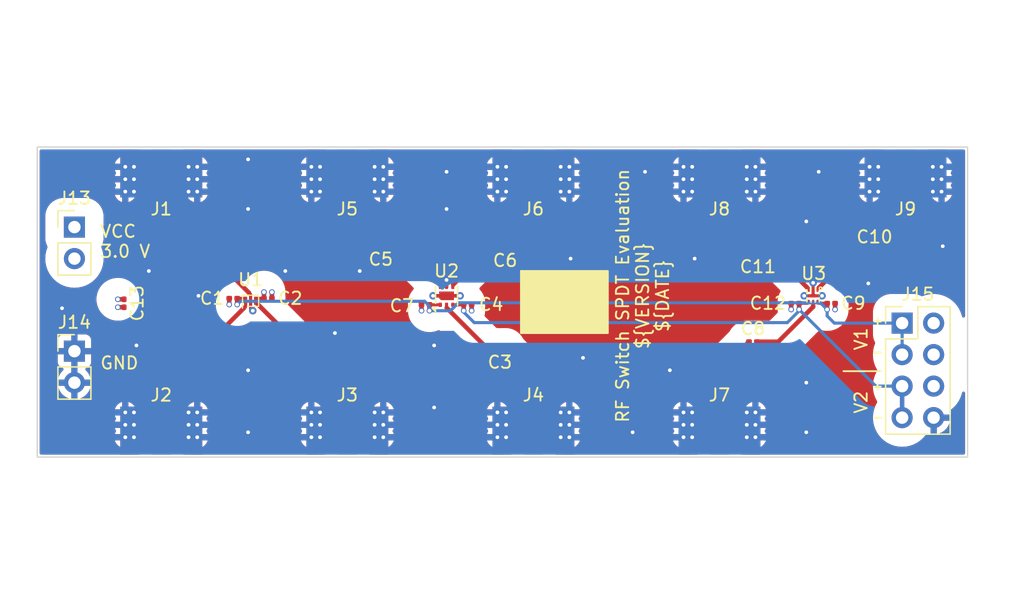
<source format=kicad_pcb>
(kicad_pcb (version 20240108) (generator "pcbnew") (generator_version "8.0")
  (title_block (title "${TITLE}") (date "${DATE}") (rev "${VERSION}") (company "${COPYRIGHT}") (comment 1 "${LICENSE}"))
  (layers (0 "F.Cu" signal) (1 "In1.Cu" signal) (2 "In2.Cu" signal) (31 "B.Cu" signal) (34 "B.Paste" user) (35 "F.Paste" user) (36 "B.SilkS" user "B.Silkscreen") (37 "F.SilkS" user "F.Silkscreen") (38 "B.Mask" user) (39 "F.Mask" user) (44 "Edge.Cuts" user))
  (property "COPYRIGHT" "Copyright 2023-2024 Great Scott Gadgets")
  (property "DATE" "2024-11-11")
  (property "LICENSE" "Licensed under the CERN-OHL-P v2")
  (property "TITLE" "RF Switch SPDT Evaluation")
  (property "VERSION" "0.1.1")
  (net 0 "")
  (net 1 "GND")
  (net 2 "Net-(J9-In)")
  (net 3 "VCC")
  (net 4 "Net-(J1-In)")
  (net 5 "Net-(J2-In)")
  (net 6 "Net-(J3-In)")
  (net 7 "Net-(J4-In)")
  (net 8 "Net-(J5-In)")
  (net 9 "Net-(J6-In)")
  (net 10 "Net-(J7-In)")
  (net 11 "Net-(J8-In)")
  (net 12 "/V1")
  (net 13 "Net-(U2-RFC)")
  (net 14 "/V2")
  (net 15 "Net-(U2-J2)")
  (net 16 "Net-(U2-J1)")
  (net 17 "Net-(U3-INPUT)")
  (net 18 "Net-(U3-OUT1)")
  (net 19 "Net-(U3-OUT2)")
  (footprint "Capacitor_SMD:C_0201_0603Metric" (layer "F.Cu") (at 164 107.6)
    (property "Reference" "C9" (at 1.8 0 0) (layer "F.SilkS"))
    (property "Value" "C")
    (pad "1" smd roundrect (at -0.32 0) (size 0.46 0.4) (layers "F.Cu" "F.Mask") (net 12 "/V1"))
    (pad "2" smd roundrect (at 0.32 0) (size 0.46 0.4) (layers "F.Cu" "F.Mask") (net 1 "GND"))
  )
  (footprint "sma-variants:Linx_SMA_CONSMA003.062" (layer "F.Cu") (at 155 95 -90)
    (property "Reference" "J8" (at 5 0 0) (layer "F.SilkS"))
    (property "Value" "Conn_Coaxial")
    (pad "1" connect rect (at 2.132 0 270) (size 3.864 1.524) (layers "F.Cu" "F.Mask") (net 11 "Net-(J8-In)"))
    (pad "2" thru_hole circle (at 1.6 -2.9 270) (size 0.762 0.762) (drill 0.3048) (layers "*.Cu" "*.Mask") (net 1 "GND"))
    (pad "2" thru_hole circle (at 1.6 -2.2 270) (size 0.762 0.762) (drill 0.3048) (layers "*.Cu" "*.Mask") (net 1 "GND"))
    (pad "2" thru_hole circle (at 1.6 2.2 270) (size 0.762 0.762) (drill 0.3048) (layers "*.Cu" "*.Mask") (net 1 "GND"))
    (pad "2" thru_hole circle (at 1.6 2.9 270) (size 0.762 0.762) (drill 0.3048) (layers "*.Cu" "*.Mask") (net 1 "GND"))
    (pad "2" connect rect (at 2.132 -2.54 270) (size 3.864 1.524) (layers "F.Cu" "F.Mask") (net 1 "GND"))
    (pad "2" connect rect (at 2.132 -2.54 270) (size 3.864 1.524) (layers "B.Cu" "B.Mask") (net 1 "GND"))
    (pad "2" connect rect (at 2.132 2.54 270) (size 3.864 1.524) (layers "F.Cu" "F.Mask") (net 1 "GND"))
    (pad "2" connect rect (at 2.132 2.54 270) (size 3.864 1.524) (layers "B.Cu" "B.Mask") (net 1 "GND"))
    (pad "2" thru_hole circle (at 2.6 -2.9 270) (size 0.762 0.762) (drill 0.3048) (layers "*.Cu" "*.Mask") (net 1 "GND"))
    (pad "2" thru_hole circle (at 2.6 -2.2 270) (size 0.762 0.762) (drill 0.3048) (layers "*.Cu" "*.Mask") (net 1 "GND"))
    (pad "2" thru_hole circle (at 2.6 2.2 270) (size 0.762 0.762) (drill 0.3048) (layers "*.Cu" "*.Mask") (net 1 "GND"))
    (pad "2" thru_hole circle (at 2.6 2.9 270) (size 0.762 0.762) (drill 0.3048) (layers "*.Cu" "*.Mask") (net 1 "GND"))
    (pad "2" thru_hole circle (at 3.6 -2.9 270) (size 0.762 0.762) (drill 0.3048) (layers "*.Cu" "*.Mask") (net 1 "GND"))
    (pad "2" thru_hole circle (at 3.6 -2.2 270) (size 0.762 0.762) (drill 0.3048) (layers "*.Cu" "*.Mask") (net 1 "GND"))
    (pad "2" thru_hole circle (at 3.6 2.2 270) (size 0.762 0.762) (drill 0.3048) (layers "*.Cu" "*.Mask") (net 1 "GND"))
    (pad "2" thru_hole circle (at 3.6 2.9 270) (size 0.762 0.762) (drill 0.3048) (layers "*.Cu" "*.Mask") (net 1 "GND"))
    (zone (net 0) (net_name "") (layer "F.Cu") (name "SMA keepout") (connect_pads (clearance 0)) (min_thickness 0.254)
      (keepout (tracks allowed) (vias not_allowed) (pads allowed) (copperpour not_allowed) (footprints not_allowed))
      (fill (thermal_gap 0.508) (thermal_bridge_width 0.508))
      (polygon (pts (xy 153.23 99.06) (xy 153.23 95) (xy 156.77 95) (xy 156.77 99.06)))
    )
  )
  (footprint "Capacitor_SMD:C_0201_0603Metric" (layer "F.Cu") (at 157.7 110.7)
    (property "Reference" "C8" (at 0 -1.05 0) (layer "F.SilkS"))
    (property "Value" "C")
    (pad "1" smd roundrect (at -0.32 0) (size 0.46 0.4) (layers "F.Cu" "F.Mask") (net 10 "Net-(J7-In)"))
    (pad "2" smd roundrect (at 0.32 0) (size 0.46 0.4) (layers "F.Cu" "F.Mask") (net 17 "Net-(U3-INPUT)"))
  )
  (footprint "gsg-modules:SKY13351-378LF" (layer "F.Cu") (at 162.55 107 -90)
    (property "Reference" "U3" (at -1.8 -0.05 180) (layer "F.SilkS"))
    (property "Value" "SKY13351" (hide yes))
    (fp_line (start -0.50038 0.50038) (end -0.14986 0.50038) (stroke (width 0.1016)) (layer "F.SilkS"))
    (fp_line (start 0.14986 0.50038) (end 0.50038 0.50038) (stroke (width 0.1016)) (layer "F.SilkS"))
    (fp_line (start 0.50038 0.20066) (end 0.50038 0.14986) (stroke (width 0.1016)) (layer "F.SilkS"))
    (fp_line (start -0.50038 0.14986) (end -0.50038 0.20066) (stroke (width 0.1016)) (layer "F.SilkS"))
    (fp_line (start 0.50038 -0.14986) (end 0.50038 -0.20066) (stroke (width 0.1016)) (layer "F.SilkS"))
    (fp_line (start -0.50038 -0.20066) (end -0.50038 -0.14986) (stroke (width 0.1016)) (layer "F.SilkS"))
    (fp_line (start -0.14986 -0.50038) (end -0.29972 -0.50038) (stroke (width 0.1016)) (layer "F.SilkS"))
    (fp_line (start 0.50038 -0.50038) (end 0.14986 -0.50038) (stroke (width 0.1016)) (layer "F.SilkS"))
    (fp_circle (center -0.59944 -0.60198) (end -0.50038 -0.55118) (stroke (width 0.1016)) (fill none) (layer "F.SilkS"))
    (pad "1" smd rect (at -0.48514 -0.35052 270) (size 0.3302 0.1524) (layers "F.Cu" "F.Paste" "F.Mask") (net 18 "Net-(U3-OUT1)"))
    (pad "2" smd rect (at -0.32512 0 270) (size 0.65024 0.1524) (layers "F.Cu" "F.Paste" "F.Mask") (net 1 "GND"))
    (pad "2" smd oval (at -0.10922 -0.0889 225) (size 0.14986 0.39878) (layers "F.Cu" "F.Paste" "F.Mask") (net 1 "GND"))
    (pad "2" smd oval (at -0.09906 0.0889 315) (size 0.14986 0.39878) (layers "F.Cu" "F.Paste" "F.Mask") (net 1 "GND"))
    (pad "2" smd rect (at 0 0 270) (size 0.1524 1.30048) (layers "F.Cu" "F.Paste" "F.Mask") (net 1 "GND"))
    (pad "2" smd oval (at 0.06604 0 270) (size 0.12954 0.50038) (layers "F.Cu" "F.Paste" "F.Mask") (net 1 "GND"))
    (pad "3" smd rect (at -0.48514 0.35052 270) (size 0.3302 0.1524) (layers "F.Cu" "F.Paste" "F.Mask") (net 19 "Net-(U3-OUT2)"))
    (pad "4" smd rect (at 0.48514 0.35052 270) (size 0.3302 0.1524) (layers "F.Cu" "F.Paste" "F.Mask") (net 14 "/V2"))
    (pad "5" smd rect (at 0.48514 0 270) (size 0.3302 0.1524) (layers "F.Cu" "F.Paste" "F.Mask") (net 17 "Net-(U3-INPUT)"))
    (pad "6" smd rect (at 0.48514 -0.35052 270) (size 0.3302 0.1524) (layers "F.Cu" "F.Paste" "F.Mask") (net 12 "/V1"))
  )
  (footprint "sma-variants:Linx_SMA_CONSMA003.062" (layer "F.Cu") (at 155 120 90)
    (property "Reference" "J7" (at 5 0 180) (layer "F.SilkS"))
    (property "Value" "Conn_Coaxial")
    (pad "1" connect rect (at 2.132 0 90) (size 3.864 1.524) (layers "F.Cu" "F.Mask") (net 10 "Net-(J7-In)"))
    (pad "2" thru_hole circle (at 1.6 -2.9 90) (size 0.762 0.762) (drill 0.3048) (layers "*.Cu" "*.Mask") (net 1 "GND"))
    (pad "2" thru_hole circle (at 1.6 -2.2 90) (size 0.762 0.762) (drill 0.3048) (layers "*.Cu" "*.Mask") (net 1 "GND"))
    (pad "2" thru_hole circle (at 1.6 2.2 90) (size 0.762 0.762) (drill 0.3048) (layers "*.Cu" "*.Mask") (net 1 "GND"))
    (pad "2" thru_hole circle (at 1.6 2.9 90) (size 0.762 0.762) (drill 0.3048) (layers "*.Cu" "*.Mask") (net 1 "GND"))
    (pad "2" connect rect (at 2.132 -2.54 90) (size 3.864 1.524) (layers "F.Cu" "F.Mask") (net 1 "GND"))
    (pad "2" connect rect (at 2.132 -2.54 90) (size 3.864 1.524) (layers "B.Cu" "B.Mask") (net 1 "GND"))
    (pad "2" connect rect (at 2.132 2.54 90) (size 3.864 1.524) (layers "F.Cu" "F.Mask") (net 1 "GND"))
    (pad "2" connect rect (at 2.132 2.54 90) (size 3.864 1.524) (layers "B.Cu" "B.Mask") (net 1 "GND"))
    (pad "2" thru_hole circle (at 2.6 -2.9 90) (size 0.762 0.762) (drill 0.3048) (layers "*.Cu" "*.Mask") (net 1 "GND"))
    (pad "2" thru_hole circle (at 2.6 -2.2 90) (size 0.762 0.762) (drill 0.3048) (layers "*.Cu" "*.Mask") (net 1 "GND"))
    (pad "2" thru_hole circle (at 2.6 2.2 90) (size 0.762 0.762) (drill 0.3048) (layers "*.Cu" "*.Mask") (net 1 "GND"))
    (pad "2" thru_hole circle (at 2.6 2.9 90) (size 0.762 0.762) (drill 0.3048) (layers "*.Cu" "*.Mask") (net 1 "GND"))
    (pad "2" thru_hole circle (at 3.6 -2.9 90) (size 0.762 0.762) (drill 0.3048) (layers "*.Cu" "*.Mask") (net 1 "GND"))
    (pad "2" thru_hole circle (at 3.6 -2.2 90) (size 0.762 0.762) (drill 0.3048) (layers "*.Cu" "*.Mask") (net 1 "GND"))
    (pad "2" thru_hole circle (at 3.6 2.2 90) (size 0.762 0.762) (drill 0.3048) (layers "*.Cu" "*.Mask") (net 1 "GND"))
    (pad "2" thru_hole circle (at 3.6 2.9 90) (size 0.762 0.762) (drill 0.3048) (layers "*.Cu" "*.Mask") (net 1 "GND"))
    (zone (net 0) (net_name "") (layer "F.Cu") (name "SMA keepout") (connect_pads (clearance 0)) (min_thickness 0.254)
      (keepout (tracks allowed) (vias not_allowed) (pads allowed) (copperpour not_allowed) (footprints not_allowed))
      (fill (thermal_gap 0.508) (thermal_bridge_width 0.508))
      (polygon (pts (xy 156.77 115.94) (xy 156.77 120) (xy 153.23 120) (xy 153.23 115.94)))
    )
  )
  (footprint "sma-variants:Linx_SMA_CONSMA003.062" (layer "F.Cu") (at 170 95 -90)
    (property "Reference" "J9" (at 5 0 0) (layer "F.SilkS"))
    (property "Value" "Conn_Coaxial")
    (pad "1" connect rect (at 2.132 0 270) (size 3.864 1.524) (layers "F.Cu" "F.Mask") (net 2 "Net-(J9-In)"))
    (pad "2" thru_hole circle (at 1.6 -2.9 270) (size 0.762 0.762) (drill 0.3048) (layers "*.Cu" "*.Mask") (net 1 "GND"))
    (pad "2" thru_hole circle (at 1.6 -2.2 270) (size 0.762 0.762) (drill 0.3048) (layers "*.Cu" "*.Mask") (net 1 "GND"))
    (pad "2" thru_hole circle (at 1.6 2.2 270) (size 0.762 0.762) (drill 0.3048) (layers "*.Cu" "*.Mask") (net 1 "GND"))
    (pad "2" thru_hole circle (at 1.6 2.9 270) (size 0.762 0.762) (drill 0.3048) (layers "*.Cu" "*.Mask") (net 1 "GND"))
    (pad "2" connect rect (at 2.132 -2.54 270) (size 3.864 1.524) (layers "F.Cu" "F.Mask") (net 1 "GND"))
    (pad "2" connect rect (at 2.132 -2.54 270) (size 3.864 1.524) (layers "B.Cu" "B.Mask") (net 1 "GND"))
    (pad "2" connect rect (at 2.132 2.54 270) (size 3.864 1.524) (layers "F.Cu" "F.Mask") (net 1 "GND"))
    (pad "2" connect rect (at 2.132 2.54 270) (size 3.864 1.524) (layers "B.Cu" "B.Mask") (net 1 "GND"))
    (pad "2" thru_hole circle (at 2.6 -2.9 270) (size 0.762 0.762) (drill 0.3048) (layers "*.Cu" "*.Mask") (net 1 "GND"))
    (pad "2" thru_hole circle (at 2.6 -2.2 270) (size 0.762 0.762) (drill 0.3048) (layers "*.Cu" "*.Mask") (net 1 "GND"))
    (pad "2" thru_hole circle (at 2.6 2.2 270) (size 0.762 0.762) (drill 0.3048) (layers "*.Cu" "*.Mask") (net 1 "GND"))
    (pad "2" thru_hole circle (at 2.6 2.9 270) (size 0.762 0.762) (drill 0.3048) (layers "*.Cu" "*.Mask") (net 1 "GND"))
    (pad "2" thru_hole circle (at 3.6 -2.9 270) (size 0.762 0.762) (drill 0.3048) (layers "*.Cu" "*.Mask") (net 1 "GND"))
    (pad "2" thru_hole circle (at 3.6 -2.2 270) (size 0.762 0.762) (drill 0.3048) (layers "*.Cu" "*.Mask") (net 1 "GND"))
    (pad "2" thru_hole circle (at 3.6 2.2 270) (size 0.762 0.762) (drill 0.3048) (layers "*.Cu" "*.Mask") (net 1 "GND"))
    (pad "2" thru_hole circle (at 3.6 2.9 270) (size 0.762 0.762) (drill 0.3048) (layers "*.Cu" "*.Mask") (net 1 "GND"))
    (zone (net 0) (net_name "") (layer "F.Cu") (name "SMA keepout") (connect_pads (clearance 0)) (min_thickness 0.254)
      (keepout (tracks allowed) (vias not_allowed) (pads allowed) (copperpour not_allowed) (footprints not_allowed))
      (fill (thermal_gap 0.508) (thermal_bridge_width 0.508))
      (polygon (pts (xy 168.23 99.06) (xy 168.23 95) (xy 171.77 95) (xy 171.77 99.06)))
    )
  )
  (footprint "RF:Skyworks_SKY65404-31" (layer "F.Cu") (at 133 107 90)
    (property "Reference" "U2" (at 2 0 180) (layer "F.SilkS"))
    (property "Value" "SKY13348-374LF")
    (fp_line (start -0.61 -0.89) (end 0.75 -0.89) (stroke (width 0.12)) (layer "F.SilkS"))
    (fp_line (start -0.75 0.89) (end 0.75 0.89) (stroke (width 0.12)) (layer "F.SilkS"))
    (fp_poly (pts (xy -0.98 -0.89) (xy -1.26 -0.89) (xy -0.98 -1.17) (xy -0.98 -0.89)) (stroke (width 0.12)) (fill solid) (layer "F.SilkS"))
    (pad "1" smd roundrect (at -0.725 -0.5 90) (size 0.35 0.25) (layers "F.Cu" "F.Paste" "F.Mask") (net 12 "/V1"))
    (pad "2" smd roundrect (at -0.725 0 90) (size 0.35 0.25) (layers "F.Cu" "F.Paste" "F.Mask") (net 13 "Net-(U2-RFC)"))
    (pad "3" smd roundrect (at -0.725 0.5 90) (size 0.35 0.25) (layers "F.Cu" "F.Paste" "F.Mask") (net 14 "/V2"))
    (pad "4" smd roundrect (at 0.725 0.5 90) (size 0.35 0.25) (layers "F.Cu" "F.Paste" "F.Mask") (net 15 "Net-(U2-J2)"))
    (pad "5" smd roundrect (at 0.725 0 90) (size 0.35 0.25) (layers "F.Cu" "F.Paste" "F.Mask") (net 1 "GND"))
    (pad "6" smd roundrect (at 0.725 -0.5 90) (size 0.35 0.25) (layers "F.Cu" "F.Paste" "F.Mask") (net 16 "Net-(U2-J1)"))
    (pad "7" smd custom (at 0 0 90) (size 0.35 0.25) (layers "F.Cu" "F.Paste" "F.Mask") (net 1 "GND") (options (clearance outline) (anchor rect)) (primitives (gr_poly (pts (xy 0.1 -0.6) (xy 0.35 -0.6) (xy 0.35 0.6) (xy 0.1 0.6) (xy 0.1 0.65) (xy -0.1 0.65) (xy -0.1 0.6) (xy -0.35 0.6) (xy -0.35 -0.45) (xy -0.2 -0.6) (xy -0.1 -0.6) (xy -0.1 -0.65) (xy 0.1 -0.65)) (width 0) (fill yes))))
  )
  (footprint "eval:TSLP-6-4_1.1x0.7mm_P0.4mm" (layer "F.Cu") (at 117.2 107.4 90)
    (property "Reference" "U1" (at 1.7 0 180) (layer "F.SilkS"))
    (property "Value" "BGS12P2L6")
    (fp_line (start 0.45 -0.65) (end -0.6 -0.65) (stroke (width 0.1)) (layer "F.SilkS"))
    (fp_line (start -0.45 -0.25) (end -0.45 0.65) (stroke (width 0.1)) (layer "F.SilkS"))
    (fp_line (start 0.45 0.65) (end 0.45 -0.65) (stroke (width 0.1)) (layer "F.SilkS"))
    (fp_line (start -0.45 0.65) (end 0.45 0.65) (stroke (width 0.1)) (layer "F.SilkS"))
    (pad "1" smd rect (at -0.2 -0.4 90) (size 0.25 0.25) (layers "F.Cu" "F.Paste" "F.Mask") (net 5 "Net-(J2-In)"))
    (pad "2" smd rect (at -0.2 0 90) (size 0.25 0.25) (layers "F.Cu" "F.Paste" "F.Mask") (net 1 "GND"))
    (pad "3" smd rect (at -0.2 0.4 90) (size 0.25 0.25) (layers "F.Cu" "F.Paste" "F.Mask") (net 6 "Net-(J3-In)"))
    (pad "4" smd rect (at 0.2 0.4 90) (size 0.25 0.25) (layers "F.Cu" "F.Paste" "F.Mask") (net 3 "VCC"))
    (pad "5" smd rect (at 0.2 0 90) (size 0.25 0.25) (layers "F.Cu" "F.Paste" "F.Mask") (net 4 "Net-(J1-In)"))
    (pad "6" smd rect (at 0.2 -0.4 90) (size 0.25 0.25) (layers "F.Cu" "F.Paste" "F.Mask") (net 12 "/V1"))
  )
  (footprint "sma-variants:Linx_SMA_CONSMA003.062" (layer "F.Cu") (at 110 95 -90)
    (property "Reference" "J1" (at 5 0 0) (layer "F.SilkS"))
    (property "Value" "Conn_Coaxial")
    (pad "1" connect rect (at 2.132 0 270) (size 3.864 1.524) (layers "F.Cu" "F.Mask") (net 4 "Net-(J1-In)"))
    (pad "2" thru_hole circle (at 1.6 -2.9 270) (size 0.762 0.762) (drill 0.3048) (layers "*.Cu" "*.Mask") (net 1 "GND"))
    (pad "2" thru_hole circle (at 1.6 -2.2 270) (size 0.762 0.762) (drill 0.3048) (layers "*.Cu" "*.Mask") (net 1 "GND"))
    (pad "2" thru_hole circle (at 1.6 2.2 270) (size 0.762 0.762) (drill 0.3048) (layers "*.Cu" "*.Mask") (net 1 "GND"))
    (pad "2" thru_hole circle (at 1.6 2.9 270) (size 0.762 0.762) (drill 0.3048) (layers "*.Cu" "*.Mask") (net 1 "GND"))
    (pad "2" connect rect (at 2.132 -2.54 270) (size 3.864 1.524) (layers "F.Cu" "F.Mask") (net 1 "GND"))
    (pad "2" connect rect (at 2.132 -2.54 270) (size 3.864 1.524) (layers "B.Cu" "B.Mask") (net 1 "GND"))
    (pad "2" connect rect (at 2.132 2.54 270) (size 3.864 1.524) (layers "F.Cu" "F.Mask") (net 1 "GND"))
    (pad "2" connect rect (at 2.132 2.54 270) (size 3.864 1.524) (layers "B.Cu" "B.Mask") (net 1 "GND"))
    (pad "2" thru_hole circle (at 2.6 -2.9 270) (size 0.762 0.762) (drill 0.3048) (layers "*.Cu" "*.Mask") (net 1 "GND"))
    (pad "2" thru_hole circle (at 2.6 -2.2 270) (size 0.762 0.762) (drill 0.3048) (layers "*.Cu" "*.Mask") (net 1 "GND"))
    (pad "2" thru_hole circle (at 2.6 2.2 270) (size 0.762 0.762) (drill 0.3048) (layers "*.Cu" "*.Mask") (net 1 "GND"))
    (pad "2" thru_hole circle (at 2.6 2.9 270) (size 0.762 0.762) (drill 0.3048) (layers "*.Cu" "*.Mask") (net 1 "GND"))
    (pad "2" thru_hole circle (at 3.6 -2.9 270) (size 0.762 0.762) (drill 0.3048) (layers "*.Cu" "*.Mask") (net 1 "GND"))
    (pad "2" thru_hole circle (at 3.6 -2.2 270) (size 0.762 0.762) (drill 0.3048) (layers "*.Cu" "*.Mask") (net 1 "GND"))
    (pad "2" thru_hole circle (at 3.6 2.2 270) (size 0.762 0.762) (drill 0.3048) (layers "*.Cu" "*.Mask") (net 1 "GND"))
    (pad "2" thru_hole circle (at 3.6 2.9 270) (size 0.762 0.762) (drill 0.3048) (layers "*.Cu" "*.Mask") (net 1 "GND"))
    (zone (net 0) (net_name "") (layer "F.Cu") (name "SMA keepout") (connect_pads (clearance 0)) (min_thickness 0.254)
      (keepout (tracks allowed) (vias not_allowed) (pads allowed) (copperpour not_allowed) (footprints not_allowed))
      (fill (thermal_gap 0.508) (thermal_bridge_width 0.508))
      (polygon (pts (xy 108.23 99.06) (xy 108.23 95) (xy 111.77 95) (xy 111.77 99.06)))
    )
  )
  (footprint "Capacitor_SMD:C_0201_0603Metric" (layer "F.Cu") (at 161.1 107.6 180)
    (property "Reference" "C12" (at 2.2 0 180) (layer "F.SilkS"))
    (property "Value" "C")
    (pad "1" smd roundrect (at -0.32 0 180) (size 0.46 0.4) (layers "F.Cu" "F.Mask") (net 14 "/V2"))
    (pad "2" smd roundrect (at 0.32 0 180) (size 0.46 0.4) (layers "F.Cu" "F.Mask") (net 1 "GND"))
  )
  (footprint "Capacitor_SMD:C_0201_0603Metric" (layer "F.Cu") (at 107 107.6 -90)
    (property "Reference" "C13" (at 0 -1.05 -90) (layer "F.SilkS"))
    (property "Value" "C")
    (pad "1" smd roundrect (at -0.32 0 270) (size 0.46 0.4) (layers "F.Cu" "F.Mask") (net 3 "VCC"))
    (pad "2" smd roundrect (at 0.32 0 270) (size 0.46 0.4) (layers "F.Cu" "F.Mask") (net 1 "GND"))
  )
  (footprint "Capacitor_SMD:C_0201_0603Metric" (layer "F.Cu") (at 158.1 103.6 180)
    (property "Reference" "C11" (at 0 -1.05 180) (layer "F.SilkS"))
    (property "Value" "C")
    (pad "1" smd roundrect (at -0.32 0 180) (size 0.46 0.4) (layers "F.Cu" "F.Mask") (net 19 "Net-(U3-OUT2)"))
    (pad "2" smd roundrect (at 0.32 0 180) (size 0.46 0.4) (layers "F.Cu" "F.Mask") (net 11 "Net-(J8-In)"))
  )
  (footprint "Capacitor_SMD:C_0201_0603Metric" (layer "F.Cu") (at 137.72 103.1 180)
    (property "Reference" "C6" (at 0 -1.05 180) (layer "F.SilkS"))
    (property "Value" "C")
    (pad "1" smd roundrect (at -0.32 0 180) (size 0.46 0.4) (layers "F.Cu" "F.Mask") (net 9 "Net-(J6-In)"))
    (pad "2" smd roundrect (at 0.32 0 180) (size 0.46 0.4) (layers "F.Cu" "F.Mask") (net 15 "Net-(U2-J2)"))
  )
  (footprint "Connector_PinHeader_2.54mm:PinHeader_1x02_P2.54mm_Vertical" (layer "F.Cu") (at 103 101.46)
    (property "Reference" "J13" (at 0 -2.33 0) (layer "F.SilkS"))
    (property "Value" "Conn_01x02")
    (fp_line (start -1.33 -1.33) (end 0 -1.33) (stroke (width 0.12)) (layer "F.SilkS"))
    (fp_line (start -1.33 0) (end -1.33 -1.33) (stroke (width 0.12)) (layer "F.SilkS"))
    (fp_line (start -1.33 1.27) (end -1.33 3.87) (stroke (width 0.12)) (layer "F.SilkS"))
    (fp_line (start -1.33 1.27) (end 1.33 1.27) (stroke (width 0.12)) (layer "F.SilkS"))
    (fp_line (start -1.33 3.87) (end 1.33 3.87) (stroke (width 0.12)) (layer "F.SilkS"))
    (fp_line (start 1.33 1.27) (end 1.33 3.87) (stroke (width 0.12)) (layer "F.SilkS"))
    (pad "1" thru_hole rect (at 0 0) (size 1.7 1.7) (drill 1) (layers "*.Cu" "*.Mask") (net 3 "VCC"))
    (pad "2" thru_hole oval (at 0 2.54) (size 1.7 1.7) (drill 1) (layers "*.Cu" "*.Mask") (net 3 "VCC"))
  )
  (footprint "sma-variants:Linx_SMA_CONSMA003.062" (layer "F.Cu") (at 140 120 90)
    (property "Reference" "J4" (at 5 0 180) (layer "F.SilkS"))
    (property "Value" "Conn_Coaxial")
    (pad "1" connect rect (at 2.132 0 90) (size 3.864 1.524) (layers "F.Cu" "F.Mask") (net 7 "Net-(J4-In)"))
    (pad "2" thru_hole circle (at 1.6 -2.9 90) (size 0.762 0.762) (drill 0.3048) (layers "*.Cu" "*.Mask") (net 1 "GND"))
    (pad "2" thru_hole circle (at 1.6 -2.2 90) (size 0.762 0.762) (drill 0.3048) (layers "*.Cu" "*.Mask") (net 1 "GND"))
    (pad "2" thru_hole circle (at 1.6 2.2 90) (size 0.762 0.762) (drill 0.3048) (layers "*.Cu" "*.Mask") (net 1 "GND"))
    (pad "2" thru_hole circle (at 1.6 2.9 90) (size 0.762 0.762) (drill 0.3048) (layers "*.Cu" "*.Mask") (net 1 "GND"))
    (pad "2" connect rect (at 2.132 -2.54 90) (size 3.864 1.524) (layers "F.Cu" "F.Mask") (net 1 "GND"))
    (pad "2" connect rect (at 2.132 -2.54 90) (size 3.864 1.524) (layers "B.Cu" "B.Mask") (net 1 "GND"))
    (pad "2" connect rect (at 2.132 2.54 90) (size 3.864 1.524) (layers "F.Cu" "F.Mask") (net 1 "GND"))
    (pad "2" connect rect (at 2.132 2.54 90) (size 3.864 1.524) (layers "B.Cu" "B.Mask") (net 1 "GND"))
    (pad "2" thru_hole circle (at 2.6 -2.9 90) (size 0.762 0.762) (drill 0.3048) (layers "*.Cu" "*.Mask") (net 1 "GND"))
    (pad "2" thru_hole circle (at 2.6 -2.2 90) (size 0.762 0.762) (drill 0.3048) (layers "*.Cu" "*.Mask") (net 1 "GND"))
    (pad "2" thru_hole circle (at 2.6 2.2 90) (size 0.762 0.762) (drill 0.3048) (layers "*.Cu" "*.Mask") (net 1 "GND"))
    (pad "2" thru_hole circle (at 2.6 2.9 90) (size 0.762 0.762) (drill 0.3048) (layers "*.Cu" "*.Mask") (net 1 "GND"))
    (pad "2" thru_hole circle (at 3.6 -2.9 90) (size 0.762 0.762) (drill 0.3048) (layers "*.Cu" "*.Mask") (net 1 "GND"))
    (pad "2" thru_hole circle (at 3.6 -2.2 90) (size 0.762 0.762) (drill 0.3048) (layers "*.Cu" "*.Mask") (net 1 "GND"))
    (pad "2" thru_hole circle (at 3.6 2.2 90) (size 0.762 0.762) (drill 0.3048) (layers "*.Cu" "*.Mask") (net 1 "GND"))
    (pad "2" thru_hole circle (at 3.6 2.9 90) (size 0.762 0.762) (drill 0.3048) (layers "*.Cu" "*.Mask") (net 1 "GND"))
    (zone (net 0) (net_name "") (layer "F.Cu") (name "SMA keepout") (connect_pads (clearance 0)) (min_thickness 0.254)
      (keepout (tracks allowed) (vias not_allowed) (pads allowed) (copperpour not_allowed) (footprints not_allowed))
      (fill (thermal_gap 0.508) (thermal_bridge_width 0.508))
      (polygon (pts (xy 141.77 115.94) (xy 141.77 120) (xy 138.23 120) (xy 138.23 115.94)))
    )
  )
  (footprint "Connector_PinHeader_2.54mm:PinHeader_1x02_P2.54mm_Vertical" (layer "F.Cu") (at 103 111.46)
    (property "Reference" "J14" (at 0 -2.33 0) (layer "F.SilkS"))
    (property "Value" "Conn_01x02")
    (fp_line (start -1.33 -1.33) (end 0 -1.33) (stroke (width 0.12)) (layer "F.SilkS"))
    (fp_line (start -1.33 0) (end -1.33 -1.33) (stroke (width 0.12)) (layer "F.SilkS"))
    (fp_line (start -1.33 1.27) (end -1.33 3.87) (stroke (width 0.12)) (layer "F.SilkS"))
    (fp_line (start -1.33 1.27) (end 1.33 1.27) (stroke (width 0.12)) (layer "F.SilkS"))
    (fp_line (start -1.33 3.87) (end 1.33 3.87) (stroke (width 0.12)) (layer "F.SilkS"))
    (fp_line (start 1.33 1.27) (end 1.33 3.87) (stroke (width 0.12)) (layer "F.SilkS"))
    (pad "1" thru_hole rect (at 0 0) (size 1.7 1.7) (drill 1) (layers "*.Cu" "*.Mask") (net 1 "GND"))
    (pad "2" thru_hole oval (at 0 2.54) (size 1.7 1.7) (drill 1) (layers "*.Cu" "*.Mask") (net 1 "GND"))
  )
  (footprint "sma-variants:Linx_SMA_CONSMA003.062" (layer "F.Cu") (at 125 95 -90)
    (property "Reference" "J5" (at 5 0 0) (layer "F.SilkS"))
    (property "Value" "Conn_Coaxial")
    (pad "1" connect rect (at 2.132 0 270) (size 3.864 1.524) (layers "F.Cu" "F.Mask") (net 8 "Net-(J5-In)"))
    (pad "2" thru_hole circle (at 1.6 -2.9 270) (size 0.762 0.762) (drill 0.3048) (layers "*.Cu" "*.Mask") (net 1 "GND"))
    (pad "2" thru_hole circle (at 1.6 -2.2 270) (size 0.762 0.762) (drill 0.3048) (layers "*.Cu" "*.Mask") (net 1 "GND"))
    (pad "2" thru_hole circle (at 1.6 2.2 270) (size 0.762 0.762) (drill 0.3048) (layers "*.Cu" "*.Mask") (net 1 "GND"))
    (pad "2" thru_hole circle (at 1.6 2.9 270) (size 0.762 0.762) (drill 0.3048) (layers "*.Cu" "*.Mask") (net 1 "GND"))
    (pad "2" connect rect (at 2.132 -2.54 270) (size 3.864 1.524) (layers "F.Cu" "F.Mask") (net 1 "GND"))
    (pad "2" connect rect (at 2.132 -2.54 270) (size 3.864 1.524) (layers "B.Cu" "B.Mask") (net 1 "GND"))
    (pad "2" connect rect (at 2.132 2.54 270) (size 3.864 1.524) (layers "F.Cu" "F.Mask") (net 1 "GND"))
    (pad "2" connect rect (at 2.132 2.54 270) (size 3.864 1.524) (layers "B.Cu" "B.Mask") (net 1 "GND"))
    (pad "2" thru_hole circle (at 2.6 -2.9 270) (size 0.762 0.762) (drill 0.3048) (layers "*.Cu" "*.Mask") (net 1 "GND"))
    (pad "2" thru_hole circle (at 2.6 -2.2 270) (size 0.762 0.762) (drill 0.3048) (layers "*.Cu" "*.Mask") (net 1 "GND"))
    (pad "2" thru_hole circle (at 2.6 2.2 270) (size 0.762 0.762) (drill 0.3048) (layers "*.Cu" "*.Mask") (net 1 "GND"))
    (pad "2" thru_hole circle (at 2.6 2.9 270) (size 0.762 0.762) (drill 0.3048) (layers "*.Cu" "*.Mask") (net 1 "GND"))
    (pad "2" thru_hole circle (at 3.6 -2.9 270) (size 0.762 0.762) (drill 0.3048) (layers "*.Cu" "*.Mask") (net 1 "GND"))
    (pad "2" thru_hole circle (at 3.6 -2.2 270) (size 0.762 0.762) (drill 0.3048) (layers "*.Cu" "*.Mask") (net 1 "GND"))
    (pad "2" thru_hole circle (at 3.6 2.2 270) (size 0.762 0.762) (drill 0.3048) (layers "*.Cu" "*.Mask") (net 1 "GND"))
    (pad "2" thru_hole circle (at 3.6 2.9 270) (size 0.762 0.762) (drill 0.3048) (layers "*.Cu" "*.Mask") (net 1 "GND"))
    (zone (net 0) (net_name "") (layer "F.Cu") (name "SMA keepout") (connect_pads (clearance 0)) (min_thickness 0.254)
      (keepout (tracks allowed) (vias not_allowed) (pads allowed) (copperpour not_allowed) (footprints not_allowed))
      (fill (thermal_gap 0.508) (thermal_bridge_width 0.508))
      (polygon (pts (xy 123.23 99.06) (xy 123.23 95) (xy 126.77 95) (xy 126.77 99.06)))
    )
  )
  (footprint "Capacitor_SMD:C_0201_0603Metric" (layer "F.Cu") (at 118.6 107.2)
    (property "Reference" "C2" (at 1.8 0 0) (layer "F.SilkS"))
    (property "Value" "C")
    (pad "1" smd roundrect (at -0.32 0) (size 0.46 0.4) (layers "F.Cu" "F.Mask") (net 3 "VCC"))
    (pad "2" smd roundrect (at 0.32 0) (size 0.46 0.4) (layers "F.Cu" "F.Mask") (net 1 "GND"))
  )
  (footprint "Capacitor_SMD:C_0201_0603Metric" (layer "F.Cu") (at 167.5 103.3)
    (property "Reference" "C10" (at 0 -1.05 0) (layer "F.SilkS"))
    (property "Value" "C")
    (pad "1" smd roundrect (at -0.32 0) (size 0.46 0.4) (layers "F.Cu" "F.Mask") (net 18 "Net-(U3-OUT1)"))
    (pad "2" smd roundrect (at 0.32 0) (size 0.46 0.4) (layers "F.Cu" "F.Mask") (net 2 "Net-(J9-In)"))
  )
  (footprint "Capacitor_SMD:C_0201_0603Metric" (layer "F.Cu") (at 115.8 107.2 180)
    (property "Reference" "C1" (at 1.7 0 180) (layer "F.SilkS"))
    (property "Value" "C")
    (pad "1" smd roundrect (at -0.32 0 180) (size 0.46 0.4) (layers "F.Cu" "F.Mask") (net 12 "/V1"))
    (pad "2" smd roundrect (at 0.32 0 180) (size 0.46 0.4) (layers "F.Cu" "F.Mask") (net 1 "GND"))
  )
  (footprint "Capacitor_SMD:C_0201_0603Metric" (layer "F.Cu") (at 127.7 103 180)
    (property "Reference" "C5" (at 0 -1.05 180) (layer "F.SilkS"))
    (property "Value" "C")
    (pad "1" smd roundrect (at -0.32 0 180) (size 0.46 0.4) (layers "F.Cu" "F.Mask") (net 16 "Net-(U2-J1)"))
    (pad "2" smd roundrect (at 0.32 0 180) (size 0.46 0.4) (layers "F.Cu" "F.Mask") (net 8 "Net-(J5-In)"))
  )
  (footprint "Capacitor_SMD:C_0201_0603Metric" (layer "F.Cu") (at 137.3 111.3 180)
    (property "Reference" "C3" (at 0 -1.05 180) (layer "F.SilkS"))
    (property "Value" "C")
    (pad "1" smd roundrect (at -0.32 0 180) (size 0.46 0.4) (layers "F.Cu" "F.Mask") (net 7 "Net-(J4-In)"))
    (pad "2" smd roundrect (at 0.32 0 180) (size 0.46 0.4) (layers "F.Cu" "F.Mask") (net 13 "Net-(U2-RFC)"))
  )
  (footprint "sma-variants:Linx_SMA_CONSMA003.062" (layer "F.Cu") (at 140 95 -90)
    (property "Reference" "J6" (at 5 0 0) (layer "F.SilkS"))
    (property "Value" "Conn_Coaxial")
    (pad "1" connect rect (at 2.132 0 270) (size 3.864 1.524) (layers "F.Cu" "F.Mask") (net 9 "Net-(J6-In)"))
    (pad "2" thru_hole circle (at 1.6 -2.9 270) (size 0.762 0.762) (drill 0.3048) (layers "*.Cu" "*.Mask") (net 1 "GND"))
    (pad "2" thru_hole circle (at 1.6 -2.2 270) (size 0.762 0.762) (drill 0.3048) (layers "*.Cu" "*.Mask") (net 1 "GND"))
    (pad "2" thru_hole circle (at 1.6 2.2 270) (size 0.762 0.762) (drill 0.3048) (layers "*.Cu" "*.Mask") (net 1 "GND"))
    (pad "2" thru_hole circle (at 1.6 2.9 270) (size 0.762 0.762) (drill 0.3048) (layers "*.Cu" "*.Mask") (net 1 "GND"))
    (pad "2" connect rect (at 2.132 -2.54 270) (size 3.864 1.524) (layers "F.Cu" "F.Mask") (net 1 "GND"))
    (pad "2" connect rect (at 2.132 -2.54 270) (size 3.864 1.524) (layers "B.Cu" "B.Mask") (net 1 "GND"))
    (pad "2" connect rect (at 2.132 2.54 270) (size 3.864 1.524) (layers "F.Cu" "F.Mask") (net 1 "GND"))
    (pad "2" connect rect (at 2.132 2.54 270) (size 3.864 1.524) (layers "B.Cu" "B.Mask") (net 1 "GND"))
    (pad "2" thru_hole circle (at 2.6 -2.9 270) (size 0.762 0.762) (drill 0.3048) (layers "*.Cu" "*.Mask") (net 1 "GND"))
    (pad "2" thru_hole circle (at 2.6 -2.2 270) (size 0.762 0.762) (drill 0.3048) (layers "*.Cu" "*.Mask") (net 1 "GND"))
    (pad "2" thru_hole circle (at 2.6 2.2 270) (size 0.762 0.762) (drill 0.3048) (layers "*.Cu" "*.Mask") (net 1 "GND"))
    (pad "2" thru_hole circle (at 2.6 2.9 270) (size 0.762 0.762) (drill 0.3048) (layers "*.Cu" "*.Mask") (net 1 "GND"))
    (pad "2" thru_hole circle (at 3.6 -2.9 270) (size 0.762 0.762) (drill 0.3048) (layers "*.Cu" "*.Mask") (net 1 "GND"))
    (pad "2" thru_hole circle (at 3.6 -2.2 270) (size 0.762 0.762) (drill 0.3048) (layers "*.Cu" "*.Mask") (net 1 "GND"))
    (pad "2" thru_hole circle (at 3.6 2.2 270) (size 0.762 0.762) (drill 0.3048) (layers "*.Cu" "*.Mask") (net 1 "GND"))
    (pad "2" thru_hole circle (at 3.6 2.9 270) (size 0.762 0.762) (drill 0.3048) (layers "*.Cu" "*.Mask") (net 1 "GND"))
    (zone (net 0) (net_name "") (layer "F.Cu") (name "SMA keepout") (connect_pads (clearance 0)) (min_thickness 0.254)
      (keepout (tracks allowed) (vias not_allowed) (pads allowed) (copperpour not_allowed) (footprints not_allowed))
      (fill (thermal_gap 0.508) (thermal_bridge_width 0.508))
      (polygon (pts (xy 138.23 99.06) (xy 138.23 95) (xy 141.77 95) (xy 141.77 99.06)))
    )
  )
  (footprint "Connector_PinHeader_2.54mm:PinHeader_2x04_P2.54mm_Vertical" (layer "F.Cu") (at 169.725 109.2)
    (property "Reference" "J15" (at 1.27 -2.33 0) (layer "F.SilkS"))
    (property "Value" "Conn_02x04_Odd_Even")
    (fp_line (start -1.33 -1.33) (end 0 -1.33) (stroke (width 0.12)) (layer "F.SilkS"))
    (fp_line (start -1.33 0) (end -1.33 -1.33) (stroke (width 0.12)) (layer "F.SilkS"))
    (fp_line (start -1.33 1.27) (end -1.33 8.95) (stroke (width 0.12)) (layer "F.SilkS"))
    (fp_line (start -1.33 1.27) (end 1.27 1.27) (stroke (width 0.12)) (layer "F.SilkS"))
    (fp_line (start -1.33 8.95) (end 3.87 8.95) (stroke (width 0.12)) (layer "F.SilkS"))
    (fp_line (start 1.27 -1.33) (end 3.87 -1.33) (stroke (width 0.12)) (layer "F.SilkS"))
    (fp_line (start 1.27 1.27) (end 1.27 -1.33) (stroke (width 0.12)) (layer "F.SilkS"))
    (fp_line (start 3.87 -1.33) (end 3.87 8.95) (stroke (width 0.12)) (layer "F.SilkS"))
    (pad "1" thru_hole rect (at 0 0) (size 1.7 1.7) (drill 1) (layers "*.Cu" "*.Mask") (net 12 "/V1"))
    (pad "2" thru_hole oval (at 2.54 0) (size 1.7 1.7) (drill 1) (layers "*.Cu" "*.Mask") (net 3 "VCC"))
    (pad "3" thru_hole oval (at 0 2.54) (size 1.7 1.7) (drill 1) (layers "*.Cu" "*.Mask") (net 12 "/V1"))
    (pad "4" thru_hole oval (at 2.54 2.54) (size 1.7 1.7) (drill 1) (layers "*.Cu" "*.Mask") (net 1 "GND"))
    (pad "5" thru_hole oval (at 0 5.08) (size 1.7 1.7) (drill 1) (layers "*.Cu" "*.Mask") (net 14 "/V2"))
    (pad "6" thru_hole oval (at 2.54 5.08) (size 1.7 1.7) (drill 1) (layers "*.Cu" "*.Mask") (net 3 "VCC"))
    (pad "7" thru_hole oval (at 0 7.62) (size 1.7 1.7) (drill 1) (layers "*.Cu" "*.Mask") (net 14 "/V2"))
    (pad "8" thru_hole oval (at 2.54 7.62) (size 1.7 1.7) (drill 1) (layers "*.Cu" "*.Mask") (net 1 "GND"))
  )
  (footprint "Capacitor_SMD:C_0201_0603Metric" (layer "F.Cu") (at 134.7 107.7)
    (property "Reference" "C4" (at 1.9 0 0) (layer "F.SilkS"))
    (property "Value" "C")
    (pad "1" smd roundrect (at -0.32 0) (size 0.46 0.4) (layers "F.Cu" "F.Mask") (net 14 "/V2"))
    (pad "2" smd roundrect (at 0.32 0) (size 0.46 0.4) (layers "F.Cu" "F.Mask") (net 1 "GND"))
  )
  (footprint "Capacitor_SMD:C_0201_0603Metric" (layer "F.Cu") (at 131.3 107.7 180)
    (property "Reference" "C7" (at 1.9 -0.1 180) (layer "F.SilkS"))
    (property "Value" "C")
    (pad "1" smd roundrect (at -0.32 0 180) (size 0.46 0.4) (layers "F.Cu" "F.Mask") (net 12 "/V1"))
    (pad "2" smd roundrect (at 0.32 0 180) (size 0.46 0.4) (layers "F.Cu" "F.Mask") (net 1 "GND"))
  )
  (footprint "sma-variants:Linx_SMA_CONSMA003.062" (layer "F.Cu") (at 110 120 90)
    (property "Reference" "J2" (at 5 0 180) (layer "F.SilkS"))
    (property "Value" "Conn_Coaxial")
    (pad "1" connect rect (at 2.132 0 90) (size 3.864 1.524) (layers "F.Cu" "F.Mask") (net 5 "Net-(J2-In)"))
    (pad "2" thru_hole circle (at 1.6 -2.9 90) (size 0.762 0.762) (drill 0.3048) (layers "*.Cu" "*.Mask") (net 1 "GND"))
    (pad "2" thru_hole circle (at 1.6 -2.2 90) (size 0.762 0.762) (drill 0.3048) (layers "*.Cu" "*.Mask") (net 1 "GND"))
    (pad "2" thru_hole circle (at 1.6 2.2 90) (size 0.762 0.762) (drill 0.3048) (layers "*.Cu" "*.Mask") (net 1 "GND"))
    (pad "2" thru_hole circle (at 1.6 2.9 90) (size 0.762 0.762) (drill 0.3048) (layers "*.Cu" "*.Mask") (net 1 "GND"))
    (pad "2" connect rect (at 2.132 -2.54 90) (size 3.864 1.524) (layers "F.Cu" "F.Mask") (net 1 "GND"))
    (pad "2" connect rect (at 2.132 -2.54 90) (size 3.864 1.524) (layers "B.Cu" "B.Mask") (net 1 "GND"))
    (pad "2" connect rect (at 2.132 2.54 90) (size 3.864 1.524) (layers "F.Cu" "F.Mask") (net 1 "GND"))
    (pad "2" connect rect (at 2.132 2.54 90) (size 3.864 1.524) (layers "B.Cu" "B.Mask") (net 1 "GND"))
    (pad "2" thru_hole circle (at 2.6 -2.9 90) (size 0.762 0.762) (drill 0.3048) (layers "*.Cu" "*.Mask") (net 1 "GND"))
    (pad "2" thru_hole circle (at 2.6 -2.2 90) (size 0.762 0.762) (drill 0.3048) (layers "*.Cu" "*.Mask") (net 1 "GND"))
    (pad "2" thru_hole circle (at 2.6 2.2 90) (size 0.762 0.762) (drill 0.3048) (layers "*.Cu" "*.Mask") (net 1 "GND"))
    (pad "2" thru_hole circle (at 2.6 2.9 90) (size 0.762 0.762) (drill 0.3048) (layers "*.Cu" "*.Mask") (net 1 "GND"))
    (pad "2" thru_hole circle (at 3.6 -2.9 90) (size 0.762 0.762) (drill 0.3048) (layers "*.Cu" "*.Mask") (net 1 "GND"))
    (pad "2" thru_hole circle (at 3.6 -2.2 90) (size 0.762 0.762) (drill 0.3048) (layers "*.Cu" "*.Mask") (net 1 "GND"))
    (pad "2" thru_hole circle (at 3.6 2.2 90) (size 0.762 0.762) (drill 0.3048) (layers "*.Cu" "*.Mask") (net 1 "GND"))
    (pad "2" thru_hole circle (at 3.6 2.9 90) (size 0.762 0.762) (drill 0.3048) (layers "*.Cu" "*.Mask") (net 1 "GND"))
    (zone (net 0) (net_name "") (layer "F.Cu") (name "SMA keepout") (connect_pads (clearance 0)) (min_thickness 0.254)
      (keepout (tracks allowed) (vias not_allowed) (pads allowed) (copperpour not_allowed) (footprints not_allowed))
      (fill (thermal_gap 0.508) (thermal_bridge_width 0.508))
      (polygon (pts (xy 111.77 115.94) (xy 111.77 120) (xy 108.23 120) (xy 108.23 115.94)))
    )
  )
  (footprint "sma-variants:Linx_SMA_CONSMA003.062" (layer "F.Cu") (at 125 120 90)
    (property "Reference" "J3" (at 5 0 180) (layer "F.SilkS"))
    (property "Value" "Conn_Coaxial")
    (pad "1" connect rect (at 2.132 0 90) (size 3.864 1.524) (layers "F.Cu" "F.Mask") (net 6 "Net-(J3-In)"))
    (pad "2" thru_hole circle (at 1.6 -2.9 90) (size 0.762 0.762) (drill 0.3048) (layers "*.Cu" "*.Mask") (net 1 "GND"))
    (pad "2" thru_hole circle (at 1.6 -2.2 90) (size 0.762 0.762) (drill 0.3048) (layers "*.Cu" "*.Mask") (net 1 "GND"))
    (pad "2" thru_hole circle (at 1.6 2.2 90) (size 0.762 0.762) (drill 0.3048) (layers "*.Cu" "*.Mask") (net 1 "GND"))
    (pad "2" thru_hole circle (at 1.6 2.9 90) (size 0.762 0.762) (drill 0.3048) (layers "*.Cu" "*.Mask") (net 1 "GND"))
    (pad "2" connect rect (at 2.132 -2.54 90) (size 3.864 1.524) (layers "F.Cu" "F.Mask") (net 1 "GND"))
    (pad "2" connect rect (at 2.132 -2.54 90) (size 3.864 1.524) (layers "B.Cu" "B.Mask") (net 1 "GND"))
    (pad "2" connect rect (at 2.132 2.54 90) (size 3.864 1.524) (layers "F.Cu" "F.Mask") (net 1 "GND"))
    (pad "2" connect rect (at 2.132 2.54 90) (size 3.864 1.524) (layers "B.Cu" "B.Mask") (net 1 "GND"))
    (pad "2" thru_hole circle (at 2.6 -2.9 90) (size 0.762 0.762) (drill 0.3048) (layers "*.Cu" "*.Mask") (net 1 "GND"))
    (pad "2" thru_hole circle (at 2.6 -2.2 90) (size 0.762 0.762) (drill 0.3048) (layers "*.Cu" "*.Mask") (net 1 "GND"))
    (pad "2" thru_hole circle (at 2.6 2.2 90) (size 0.762 0.762) (drill 0.3048) (layers "*.Cu" "*.Mask") (net 1 "GND"))
    (pad "2" thru_hole circle (at 2.6 2.9 90) (size 0.762 0.762) (drill 0.3048) (layers "*.Cu" "*.Mask") (net 1 "GND"))
    (pad "2" thru_hole circle (at 3.6 -2.9 90) (size 0.762 0.762) (drill 0.3048) (layers "*.Cu" "*.Mask") (net 1 "GND"))
    (pad "2" thru_hole circle (at 3.6 -2.2 90) (size 0.762 0.762) (drill 0.3048) (layers "*.Cu" "*.Mask") (net 1 "GND"))
    (pad "2" thru_hole circle (at 3.6 2.2 90) (size 0.762 0.762) (drill 0.3048) (layers "*.Cu" "*.Mask") (net 1 "GND"))
    (pad "2" thru_hole circle (at 3.6 2.9 90) (size 0.762 0.762) (drill 0.3048) (layers "*.Cu" "*.Mask") (net 1 "GND"))
    (zone (net 0) (net_name "") (layer "F.Cu") (name "SMA keepout") (connect_pads (clearance 0)) (min_thickness 0.254)
      (keepout (tracks allowed) (vias not_allowed) (pads allowed) (copperpour not_allowed) (footprints not_allowed))
      (fill (thermal_gap 0.508) (thermal_bridge_width 0.508))
      (polygon (pts (xy 126.77 115.94) (xy 126.77 120) (xy 123.23 120) (xy 123.23 115.94)))
    )
  )
  (gr_line (start 167.5 109.075) (end 168 109.075) (stroke (width 0.15)) (layer "F.SilkS"))
  (gr_line (start 167.75 114.075) (end 167.75 114.575) (stroke (width 0.15)) (layer "F.SilkS"))
  (gr_line (start 167.75 108.825) (end 167.75 109.325) (stroke (width 0.15)) (layer "F.SilkS"))
  (gr_line (start 167.5 111.575) (end 168 111.575) (stroke (width 0.15)) (layer "F.SilkS"))
  (gr_line (start 168 113.075) (end 165 113.075) (stroke (width 0.15)) (layer "F.SilkS"))
  (gr_rect (start 139 105) (end 146 110) (stroke (width 0.15)) (fill solid) (layer "F.SilkS"))
  (gr_line (start 167.5 116.825) (end 168 116.825) (stroke (width 0.15)) (layer "F.SilkS"))
  (gr_line (start 167.5 114.325) (end 168 114.325) (stroke (width 0.15)) (layer "F.SilkS"))
  (gr_rect (start 100 95) (end 175 120) (stroke (width 0.1)) (fill none) (layer "Edge.Cuts"))
  (gr_text "${TITLE}\n${REVISION}\n${ISSUE_DATE}" (at 151 107 90) (layer "F.SilkS") (effects (font (size 1 1)) (justify bottom)))
  (gr_text "V1" (at 167 110.475 90) (layer "F.SilkS") (effects (font (size 1 1)) (justify bottom)))
  (gr_text "GND" (at 105 113 0) (layer "F.SilkS") (effects (font (size 1 1)) (justify left bottom)))
  (gr_text "VCC\n3.0 V" (at 105 104 0) (layer "F.SilkS") (effects (font (size 1 1)) (justify left bottom)))
  (gr_text "V2" (at 167 115.575 90) (layer "F.SilkS") (effects (font (size 1 1)) (justify bottom)))
  (segment (start 117.2 108.02) (end 117.38 108.2) (width 0.25) (layer "F.Cu") (net 1))
  (segment (start 107 107.92) (end 106.5 107.92) (width 0.36576) (layer "F.Cu") (net 1))
  (segment (start 160.78 107.6) (end 160.78 108.1) (width 0.36576) (layer "F.Cu") (net 1))
  (segment (start 162.55 107) (end 162.55 105.95) (width 0.25) (layer "F.Cu") (net 1))
  (segment (start 133 106.275) (end 133 105.72) (width 0.29337) (layer "F.Cu") (net 1))
  (segment (start 115.48 107.2) (end 115.48 107.7) (width 0.36576) (layer "F.Cu") (net 1))
  (segment (start 130.98 107.7) (end 130.98 108.2) (width 0.36576) (layer "F.Cu") (net 1))
  (segment (start 135.02 107.7) (end 135.02 108.2) (width 0.36576) (layer "F.Cu") (net 1))
  (segment (start 133 107) (end 134.09 107) (width 0.29337) (layer "F.Cu") (net 1))
  (segment (start 164.32 107.6) (end 164.32 108.1) (width 0.36576) (layer "F.Cu") (net 1))
  (segment (start 162.55 107) (end 161.83 107) (width 0.25) (layer "F.Cu") (net 1))
  (segment (start 133 107) (end 131.91 107) (width 0.29337) (layer "F.Cu") (net 1))
  (segment (start 162.55 107) (end 163.27 107) (width 0.25) (layer "F.Cu") (net 1))
  (segment (start 118.92 107.2) (end 118.92 106.7) (width 0.36576) (layer "F.Cu") (net 1))
  (segment (start 117.2 107.6) (end 117.2 108.02) (width 0.25) (layer "F.Cu") (net 1))
  (via (at 134.09 107) (size 0.6) (drill 0.3) (layers "F.Cu" "B.Cu") (net 1))
  (via (at 149 97) (size 0.6) (drill 0.3) (layers "F.Cu" "B.Cu") (net 1))
  (via (at 163 97) (size 0.6) (drill 0.3) (layers "F.Cu" "B.Cu") (net 1))
  (via (at 133 105.72) (size 0.6) (drill 0.3) (layers "F.Cu" "B.Cu") (net 1))
  (via (at 173 103) (size 0.6) (drill 0.3) (layers "F.Cu" "B.Cu") (net 1))
  (via (at 161.83 107) (size 0.6) (drill 0.3) (layers "F.Cu" "B.Cu") (net 1))
  (via (at 130.98 108.2) (size 0.45) (drill 0.3) (layers "F.Cu" "B.Cu") (net 1))
  (via (at 131.91 107) (size 0.6) (drill 0.3) (layers "F.Cu" "B.Cu") (net 1))
  (via (at 164.32 108.1) (size 0.45) (drill 0.3) (layers "F.Cu" "B.Cu") (net 1))
  (via (at 120 105) (size 0.6) (drill 0.3) (layers "F.Cu" "B.Cu") (net 1))
  (via (at 118.92 106.7) (size 0.45) (drill 0.3) (layers "F.Cu" "B.Cu") (net 1))
  (via (at 132 111) (size 0.6) (drill 0.3) (layers "F.Cu" "B.Cu") (net 1))
  (via (at 126 105) (size 0.6) (drill 0.3) (layers "F.Cu" "B.Cu") (net 1))
  (via (at 148 118) (size 0.6) (drill 0.3) (layers "F.Cu" "B.Cu") (net 1))
  (via (at 117 113) (size 0.6) (drill 0.3) (layers "F.Cu" "B.Cu") (net 1))
  (via (at 143 104) (size 0.6) (drill 0.3) (layers "F.Cu" "B.Cu") (net 1))
  (via (at 117 96) (size 0.6) (drill 0.3) (layers "F.Cu" "B.Cu") (net 1))
  (via (at 144 112) (size 0.6) (drill 0.3) (layers "F.Cu" "B.Cu") (net 1))
  (via (at 153 104) (size 0.6) (drill 0.3) (layers "F.Cu" "B.Cu") (net 1))
  (via (at 151 113) (size 0.6) (drill 0.3) (layers "F.Cu" "B.Cu") (net 1))
  (via (at 162 101) (size 0.6) (drill 0.3) (layers "F.Cu" "B.Cu") (net 1))
  (via (at 135.02 108.2) (size 0.45) (drill 0.3) (layers "F.Cu" "B.Cu") (net 1))
  (via (at 133 100) (size 0.6) (drill 0.3) (layers "F.Cu" "B.Cu") (net 1))
  (via (at 167 106) (size 0.6) (drill 0.3) (layers "F.Cu" "B.Cu") (net 1))
  (via (at 162 114) (size 0.6) (drill 0.3) (layers "F.Cu" "B.Cu") (net 1))
  (via (at 133 97) (size 0.6) (drill 0.3) (layers "F.Cu" "B.Cu") (net 1))
  (via (at 102 108) (size 0.6) (drill 0.3) (layers "F.Cu" "B.Cu") (net 1))
  (via (at 162 118) (size 0.6) (drill 0.3) (layers "F.Cu" "B.Cu") (net 1))
  (via (at 124 110) (size 0.6) (drill 0.3) (layers "F.Cu" "B.Cu") (net 1))
  (via (at 162.55 105.95) (size 0.6) (drill 0.3) (layers "F.Cu" "B.Cu") (net 1))
  (via (at 117 100) (size 0.6) (drill 0.3) (layers "F.Cu" "B.Cu") (net 1))
  (via (at 117.38 108.2) (size 0.6) (drill 0.3) (layers "F.Cu" "B.Cu") (net 1))
  (via (at 113 107) (size 0.6) (drill 0.3) (layers "F.Cu" "B.Cu") (net 1))
  (via (at 117 118) (size 0.6) (drill 0.3) (layers "F.Cu" "B.Cu") (net 1))
  (via (at 160.78 108.1) (size 0.45) (drill 0.3) (layers "F.Cu" "B.Cu") (net 1))
  (via (at 115.48 107.7) (size 0.45) (drill 0.3) (layers "F.Cu" "B.Cu") (net 1))
  (via (at 163.27 107) (size 0.6) (drill 0.3) (layers "F.Cu" "B.Cu") (net 1))
  (via (at 108 111) (size 0.6) (drill 0.3) (layers "F.Cu" "B.Cu") (net 1))
  (via (at 132 116) (size 0.6) (drill 0.3) (layers "F.Cu" "B.Cu") (net 1))
  (via (at 106.5 107.92) (size 0.45) (drill 0.3) (layers "F.Cu" "B.Cu") (net 1))
  (via (at 109 105) (size 0.6) (drill 0.3) (layers "F.Cu" "B.Cu") (net 1))
  (segment (start 170 97.132) (end 170 101.12) (width 0.36576) (layer "F.Cu") (net 2))
  (segment (start 170 101.12) (end 167.82 103.3) (width 0.36576) (layer "F.Cu") (net 2))
  (segment (start 117.6 107.2) (end 118.28 107.2) (width 0.25) (layer "F.Cu") (net 3))
  (segment (start 118.28 107.2) (end 118.28 106.7) (width 0.36576) (layer "F.Cu") (net 3))
  (segment (start 107 107.28) (end 106.5 107.28) (width 0.36576) (layer "F.Cu") (net 3))
  (via (at 106.5 107.28) (size 0.45) (drill 0.3) (layers "F.Cu" "B.Cu") (net 3))
  (via (at 118.28 106.7) (size 0.45) (drill 0.3) (layers "F.Cu" "B.Cu") (net 3))
  (segment (start 117.2 107.2) (end 117.2 106.88512) (width 0.25) (layer "F.Cu") (net 4))
  (segment (start 117.2 106.88512) (end 117.07488 106.76) (width 0.25) (layer "F.Cu") (net 4))
  (segment (start 110 99.68512) (end 117.07488 106.76) (width 0.36576) (layer "F.Cu") (net 4))
  (segment (start 110 97.132) (end 110 99.68512) (width 0.36576) (layer "F.Cu") (net 4))
  (segment (start 116.8 107.6) (end 116.8 107.849974) (width 0.25) (layer "F.Cu") (net 5))
  (segment (start 110 114.649974) (end 116.694987 107.954987) (width 0.36576) (layer "F.Cu") (net 5))
  (segment (start 110 117.968) (end 110 114.649974) (width 0.36576) (layer "F.Cu") (net 5))
  (segment (start 116.8 107.849974) (end 116.694987 107.954987) (width 0.25) (layer "F.Cu") (net 5))
  (segment (start 125 117.868) (end 125 114.9) (width 0.36576) (layer "F.Cu") (net 6))
  (segment (start 125 114.9) (end 117.75 107.65) (width 0.36576) (layer "F.Cu") (net 6))
  (segment (start 140 117.868) (end 140 113.68) (width 0.36576) (layer "F.Cu") (net 7))
  (segment (start 140 113.68) (end 137.62 111.3) (width 0.36576) (layer "F.Cu") (net 7))
  (segment (start 125 100.62) (end 127.38 103) (width 0.36576) (layer "F.Cu") (net 8))
  (segment (start 125 97.132) (end 125 100.62) (width 0.36576) (layer "F.Cu") (net 8))
  (segment (start 140 97.132) (end 140 101.14) (width 0.36576) (layer "F.Cu") (net 9))
  (segment (start 140 101.14) (end 138.04 103.1) (width 0.36576) (layer "F.Cu") (net 9))
  (segment (start 155 117.868) (end 155 113.08) (width 0.36576) (layer "F.Cu") (net 10))
  (segment (start 155 113.08) (end 157.38 110.7) (width 0.36576) (layer "F.Cu") (net 10))
  (segment (start 155 100.82) (end 157.78 103.6) (width 0.36576) (layer "F.Cu") (net 11))
  (segment (start 155 97.132) (end 155 100.82) (width 0.36576) (layer "F.Cu") (net 11))
  (segment (start 131.645 107.725) (end 131.62 107.7) (width 0.25) (layer "F.Cu") (net 12))
  (segment (start 131.62 107.7) (end 131.62 108.2) (width 0.36576) (layer "F.Cu") (net 12))
  (segment (start 163.68 107.6) (end 163.68 108.1) (width 0.36576) (layer "F.Cu") (net 12))
  (segment (start 116.8 107.2) (end 116.12 107.2) (width 0.25) (layer "F.Cu") (net 12))
  (segment (start 132.5 107.725) (end 131.645 107.725) (width 0.25) (layer "F.Cu") (net 12))
  (segment (start 116.12 107.2) (end 116.12 107.7) (width 0.36576) (layer "F.Cu") (net 12))
  (segment (start 163.68 107.6) (end 162.98 107.6) (width 0.25) (layer "F.Cu") (net 12))
  (via (at 116.12 107.7) (size 0.45) (drill 0.3) (layers "F.Cu" "B.Cu") (net 12))
  (via (at 131.62 108.2) (size 0.45) (drill 0.3) (layers "F.Cu" "B.Cu") (net 12))
  (via (at 163.68 108.1) (size 0.45) (drill 0.3) (layers "F.Cu" "B.Cu") (net 12))
  (segment (start 116.38 107.44) (end 116.12 107.7) (width 0.25) (layer "B.Cu") (net 12))
  (segment (start 131.23 107.44) (end 116.38 107.44) (width 0.25) (layer "B.Cu") (net 12))
  (segment (start 164.26 109.2) (end 163.68 108.62) (width 0.25) (layer "B.Cu") (net 12))
  (segment (start 163.68 108.62) (end 163.68 108.1) (width 0.25) (layer "B.Cu") (net 12))
  (segment (start 169.725 109.2) (end 164.26 109.2) (width 0.25) (layer "B.Cu") (net 12))
  (segment (start 131.62 107.83) (end 131.23 107.44) (width 0.25) (layer "B.Cu") (net 12))
  (segment (start 133.32 108.2) (end 131.62 108.2) (width 0.25) (layer "B.Cu") (net 12))
  (segment (start 131.62 108.2) (end 131.62 107.83) (width 0.25) (layer "B.Cu") (net 12))
  (segment (start 163.68 108.1) (end 163.14 107.56) (width 0.25) (layer "B.Cu") (net 12))
  (segment (start 169.725 109.2) (end 169.725 111.74) (width 0.25) (layer "B.Cu") (net 12))
  (segment (start 163.14 107.56) (end 133.96 107.56) (width 0.25) (layer "B.Cu") (net 12))
  (segment (start 133.96 107.56) (end 133.32 108.2) (width 0.25) (layer "B.Cu") (net 12))
  (segment (start 136.98 111.3) (end 136.34 111.3) (width 0.36576) (layer "F.Cu") (net 13))
  (segment (start 136.34 111.3) (end 133.01 107.97) (width 0.36576) (layer "F.Cu") (net 13))
  (segment (start 161.42 107.6) (end 161.42 108.1) (width 0.36576) (layer "F.Cu") (net 14))
  (segment (start 161.42 107.6) (end 162.11 107.6) (width 0.25) (layer "F.Cu") (net 14))
  (segment (start 134.38 107.7) (end 134.38 108.2) (width 0.36576) (layer "F.Cu") (net 14))
  (segment (start 134.355 107.725) (end 134.38 107.7) (width 0.25) (layer "F.Cu") (net 14))
  (segment (start 133.5 107.725) (end 134.355 107.725) (width 0.25) (layer "F.Cu") (net 14))
  (via (at 161.42 108.1) (size 0.45) (drill 0.3) (layers "F.Cu" "B.Cu") (net 14))
  (via (at 134.38 108.2) (size 0.45) (drill 0.3) (layers "F.Cu" "B.Cu") (net 14))
  (segment (start 161.42 108.21) (end 160.47 109.16) (width 0.25) (layer "B.Cu") (net 14))
  (segment (start 135.23 109.16) (end 134.38 108.31) (width 0.25) (layer "B.Cu") (net 14))
  (segment (start 169.725 114.28) (end 167.6 114.28) (width 0.25) (layer "B.Cu") (net 14))
  (segment (start 160.47 109.16) (end 135.23 109.16) (width 0.25) (layer "B.Cu") (net 14))
  (segment (start 161.42 108.1) (end 161.42 108.21) (width 0.25) (layer "B.Cu") (net 14))
  (segment (start 167.6 114.28) (end 161.42 108.1) (width 0.25) (layer "B.Cu") (net 14))
  (segment (start 169.725 114.28) (end 169.725 116.82) (width 0.36576) (layer "B.Cu") (net 14))
  (segment (start 134.38 108.31) (end 134.38 108.2) (width 0.25) (layer "B.Cu") (net 14))
  (segment (start 137.4 103.1) (end 136.53 103.1) (width 0.36576) (layer "F.Cu") (net 15))
  (segment (start 136.53 103.1) (end 133.54 106.09) (width 0.36576) (layer "F.Cu") (net 15))
  (segment (start 128.02 103) (end 129.37 103) (width 0.36576) (layer "F.Cu") (net 16))
  (segment (start 129.37 103) (end 132.46 106.09) (width 0.36576) (layer "F.Cu") (net 16))
  (segment (start 158.02 110.7) (end 159.74 110.7) (width 0.36576) (layer "F.Cu") (net 17))
  (segment (start 162.55 107.89) (end 162.55 107.8) (width 0.36576) (layer "F.Cu") (net 17))
  (segment (start 159.74 110.7) (end 162.55 107.89) (width 0.36576) (layer "F.Cu") (net 17))
  (segment (start 167.18 103.3) (end 166.062501 103.3) (width 0.36576) (layer "F.Cu") (net 18))
  (segment (start 166.062501 103.3) (end 163.00625 106.356251) (width 0.36576) (layer "F.Cu") (net 18))
  (segment (start 158.42 103.6) (end 159.337499 103.6) (width 0.36576) (layer "F.Cu") (net 19))
  (segment (start 159.337499 103.6) (end 162.093749 106.35625) (width 0.36576) (layer "F.Cu") (net 19))
  (zone (net 1) (net_name "GND") (layers "F&B.Cu") (priority 2) (connect_pads thru_hole_only (clearance 1.5)) (min_thickness 0.25) (fill yes (thermal_gap 0.5) (thermal_bridge_width 0.5) (island_removal_mode 2) (island_area_min 10))
    (polygon (pts (xy 97 92) (xy 178 92) (xy 178 123) (xy 97 123)))
  )
)
</source>
